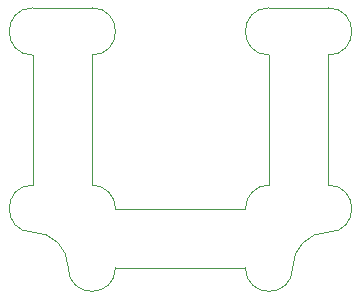
<source format=gbr>
%TF.GenerationSoftware,KiCad,Pcbnew,6.0.1-79c1e3a40b~116~ubuntu20.04.1*%
%TF.CreationDate,2022-01-30T13:40:48+01:00*%
%TF.ProjectId,pcb-connector-x3,7063622d-636f-46e6-9e65-63746f722d78,rev?*%
%TF.SameCoordinates,Original*%
%TF.FileFunction,Profile,NP*%
%FSLAX46Y46*%
G04 Gerber Fmt 4.6, Leading zero omitted, Abs format (unit mm)*
G04 Created by KiCad (PCBNEW 6.0.1-79c1e3a40b~116~ubuntu20.04.1) date 2022-01-30 13:40:48*
%MOMM*%
%LPD*%
G01*
G04 APERTURE LIST*
%TA.AperFunction,Profile*%
%ADD10C,0.100000*%
%TD*%
G04 APERTURE END LIST*
D10*
X145000000Y-87000000D02*
G75*
G03*
X145000000Y-83000000I0J2000000D01*
G01*
X140000000Y-83000000D02*
G75*
G03*
X140000000Y-87000000I0J-2000000D01*
G01*
X145000000Y-102000000D02*
G75*
G03*
X142000000Y-105000000I0J-3000000D01*
G01*
X138000000Y-105000000D02*
G75*
G03*
X142000000Y-105000000I2000000J0D01*
G01*
X145000000Y-102000000D02*
G75*
G03*
X145000000Y-98000000I0J2000000D01*
G01*
X140000000Y-98000000D02*
G75*
G03*
X138000000Y-100000000I0J-2000000D01*
G01*
X127000000Y-100000000D02*
G75*
G03*
X125000000Y-98000000I-2000000J0D01*
G01*
X123000000Y-105000000D02*
G75*
G03*
X120000000Y-102000000I-3000000J0D01*
G01*
X123000000Y-105000000D02*
G75*
G03*
X127000000Y-105000000I2000000J0D01*
G01*
X120000000Y-98000000D02*
G75*
G03*
X120000000Y-102000000I0J-2000000D01*
G01*
X125000000Y-87000000D02*
G75*
G03*
X125000000Y-83000000I0J2000000D01*
G01*
X120000000Y-83000000D02*
G75*
G03*
X120000000Y-87000000I0J-2000000D01*
G01*
X127000000Y-100000000D02*
X138000000Y-100000000D01*
X125000000Y-87000000D02*
X125000000Y-98000000D01*
X140000000Y-87000000D02*
X140000000Y-98000000D01*
X145000000Y-87000000D02*
X145000000Y-98000000D01*
X127000000Y-105000000D02*
X138000000Y-105000000D01*
X120000000Y-87000000D02*
X120000000Y-98000000D01*
X140000000Y-83000000D02*
X145000000Y-83000000D01*
X120000000Y-83000000D02*
X125000000Y-83000000D01*
M02*

</source>
